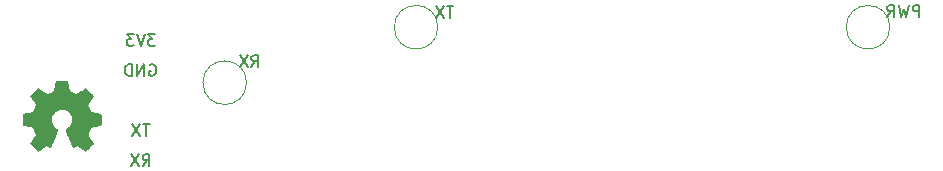
<source format=gbr>
G04 #@! TF.GenerationSoftware,KiCad,Pcbnew,5.1.4-e60b266~84~ubuntu18.04.1*
G04 #@! TF.CreationDate,2019-10-19T15:57:42+02:00*
G04 #@! TF.ProjectId,ebuzzz-adapter,6562757a-7a7a-42d6-9164-61707465722e,rev?*
G04 #@! TF.SameCoordinates,Original*
G04 #@! TF.FileFunction,Legend,Bot*
G04 #@! TF.FilePolarity,Positive*
%FSLAX46Y46*%
G04 Gerber Fmt 4.6, Leading zero omitted, Abs format (unit mm)*
G04 Created by KiCad (PCBNEW 5.1.4-e60b266~84~ubuntu18.04.1) date 2019-10-19 15:57:42*
%MOMM*%
%LPD*%
G04 APERTURE LIST*
%ADD10C,0.150000*%
%ADD11C,0.120000*%
%ADD12C,0.010000*%
G04 APERTURE END LIST*
D10*
X172613333Y-70632380D02*
X172613333Y-69632380D01*
X172232380Y-69632380D01*
X172137142Y-69680000D01*
X172089523Y-69727619D01*
X172041904Y-69822857D01*
X172041904Y-69965714D01*
X172089523Y-70060952D01*
X172137142Y-70108571D01*
X172232380Y-70156190D01*
X172613333Y-70156190D01*
X171708571Y-69632380D02*
X171470476Y-70632380D01*
X171280000Y-69918095D01*
X171089523Y-70632380D01*
X170851428Y-69632380D01*
X169899047Y-70632380D02*
X170232380Y-70156190D01*
X170470476Y-70632380D02*
X170470476Y-69632380D01*
X170089523Y-69632380D01*
X169994285Y-69680000D01*
X169946666Y-69727619D01*
X169899047Y-69822857D01*
X169899047Y-69965714D01*
X169946666Y-70060952D01*
X169994285Y-70108571D01*
X170089523Y-70156190D01*
X170470476Y-70156190D01*
D11*
X170108909Y-71500000D02*
G75*
G03X170108909Y-71500000I-1843909J0D01*
G01*
D10*
X133161904Y-69716380D02*
X132590476Y-69716380D01*
X132876190Y-70716380D02*
X132876190Y-69716380D01*
X132352380Y-69716380D02*
X131685714Y-70716380D01*
X131685714Y-69716380D02*
X132352380Y-70716380D01*
D11*
X131843909Y-71500000D02*
G75*
G03X131843909Y-71500000I-1843909J0D01*
G01*
D10*
X116066666Y-74852380D02*
X116400000Y-74376190D01*
X116638095Y-74852380D02*
X116638095Y-73852380D01*
X116257142Y-73852380D01*
X116161904Y-73900000D01*
X116114285Y-73947619D01*
X116066666Y-74042857D01*
X116066666Y-74185714D01*
X116114285Y-74280952D01*
X116161904Y-74328571D01*
X116257142Y-74376190D01*
X116638095Y-74376190D01*
X115733333Y-73852380D02*
X115066666Y-74852380D01*
X115066666Y-73852380D02*
X115733333Y-74852380D01*
D11*
X115643909Y-76200000D02*
G75*
G03X115643909Y-76200000I-1843909J0D01*
G01*
D10*
X106846666Y-83256380D02*
X107180000Y-82780190D01*
X107418095Y-83256380D02*
X107418095Y-82256380D01*
X107037142Y-82256380D01*
X106941904Y-82304000D01*
X106894285Y-82351619D01*
X106846666Y-82446857D01*
X106846666Y-82589714D01*
X106894285Y-82684952D01*
X106941904Y-82732571D01*
X107037142Y-82780190D01*
X107418095Y-82780190D01*
X106513333Y-82256380D02*
X105846666Y-83256380D01*
X105846666Y-82256380D02*
X106513333Y-83256380D01*
X107441904Y-79716380D02*
X106870476Y-79716380D01*
X107156190Y-80716380D02*
X107156190Y-79716380D01*
X106632380Y-79716380D02*
X105965714Y-80716380D01*
X105965714Y-79716380D02*
X106632380Y-80716380D01*
X107441904Y-74684000D02*
X107537142Y-74636380D01*
X107680000Y-74636380D01*
X107822857Y-74684000D01*
X107918095Y-74779238D01*
X107965714Y-74874476D01*
X108013333Y-75064952D01*
X108013333Y-75207809D01*
X107965714Y-75398285D01*
X107918095Y-75493523D01*
X107822857Y-75588761D01*
X107680000Y-75636380D01*
X107584761Y-75636380D01*
X107441904Y-75588761D01*
X107394285Y-75541142D01*
X107394285Y-75207809D01*
X107584761Y-75207809D01*
X106965714Y-75636380D02*
X106965714Y-74636380D01*
X106394285Y-75636380D01*
X106394285Y-74636380D01*
X105918095Y-75636380D02*
X105918095Y-74636380D01*
X105680000Y-74636380D01*
X105537142Y-74684000D01*
X105441904Y-74779238D01*
X105394285Y-74874476D01*
X105346666Y-75064952D01*
X105346666Y-75207809D01*
X105394285Y-75398285D01*
X105441904Y-75493523D01*
X105537142Y-75588761D01*
X105680000Y-75636380D01*
X105918095Y-75636380D01*
X107918095Y-72096380D02*
X107299047Y-72096380D01*
X107632380Y-72477333D01*
X107489523Y-72477333D01*
X107394285Y-72524952D01*
X107346666Y-72572571D01*
X107299047Y-72667809D01*
X107299047Y-72905904D01*
X107346666Y-73001142D01*
X107394285Y-73048761D01*
X107489523Y-73096380D01*
X107775238Y-73096380D01*
X107870476Y-73048761D01*
X107918095Y-73001142D01*
X107013333Y-72096380D02*
X106680000Y-73096380D01*
X106346666Y-72096380D01*
X106108571Y-72096380D02*
X105489523Y-72096380D01*
X105822857Y-72477333D01*
X105680000Y-72477333D01*
X105584761Y-72524952D01*
X105537142Y-72572571D01*
X105489523Y-72667809D01*
X105489523Y-72905904D01*
X105537142Y-73001142D01*
X105584761Y-73048761D01*
X105680000Y-73096380D01*
X105965714Y-73096380D01*
X106060952Y-73048761D01*
X106108571Y-73001142D01*
D12*
G36*
X99444186Y-76468931D02*
G01*
X99360365Y-76913555D01*
X99051080Y-77041053D01*
X98741794Y-77168551D01*
X98370754Y-76916246D01*
X98266843Y-76845996D01*
X98172913Y-76783272D01*
X98093348Y-76730938D01*
X98032530Y-76691857D01*
X97994843Y-76668893D01*
X97984579Y-76663942D01*
X97966090Y-76676676D01*
X97926580Y-76711882D01*
X97870478Y-76765062D01*
X97802213Y-76831718D01*
X97726214Y-76907354D01*
X97646908Y-76987472D01*
X97568725Y-77067574D01*
X97496093Y-77143164D01*
X97433441Y-77209745D01*
X97385197Y-77262818D01*
X97355790Y-77297887D01*
X97348759Y-77309623D01*
X97358877Y-77331260D01*
X97387241Y-77378662D01*
X97430871Y-77447193D01*
X97486782Y-77532215D01*
X97551994Y-77629093D01*
X97589781Y-77684350D01*
X97658657Y-77785248D01*
X97719860Y-77876299D01*
X97770422Y-77952970D01*
X97807372Y-78010728D01*
X97827742Y-78045043D01*
X97830803Y-78052254D01*
X97823864Y-78072748D01*
X97804949Y-78120513D01*
X97776913Y-78188832D01*
X97742609Y-78270989D01*
X97704891Y-78360270D01*
X97666613Y-78449958D01*
X97630630Y-78533338D01*
X97599794Y-78603694D01*
X97576961Y-78654310D01*
X97564983Y-78678471D01*
X97564276Y-78679422D01*
X97545469Y-78684036D01*
X97495382Y-78694328D01*
X97419207Y-78709287D01*
X97322135Y-78727901D01*
X97209357Y-78749159D01*
X97143558Y-78761418D01*
X97023050Y-78784362D01*
X96914203Y-78806195D01*
X96822524Y-78825722D01*
X96753519Y-78841748D01*
X96712696Y-78853079D01*
X96704489Y-78856674D01*
X96696452Y-78881006D01*
X96689967Y-78935959D01*
X96685030Y-79015108D01*
X96681636Y-79112026D01*
X96679782Y-79220287D01*
X96679462Y-79333465D01*
X96680673Y-79445135D01*
X96683410Y-79548868D01*
X96687669Y-79638241D01*
X96693445Y-79706826D01*
X96700733Y-79748197D01*
X96705105Y-79756810D01*
X96731236Y-79767133D01*
X96786607Y-79781892D01*
X96863893Y-79799352D01*
X96955770Y-79817780D01*
X96987842Y-79823741D01*
X97142476Y-79852066D01*
X97264625Y-79874876D01*
X97358327Y-79893080D01*
X97427616Y-79907583D01*
X97476529Y-79919292D01*
X97509103Y-79929115D01*
X97529372Y-79937956D01*
X97541374Y-79946724D01*
X97543053Y-79948457D01*
X97559816Y-79976371D01*
X97585386Y-80030695D01*
X97617212Y-80104777D01*
X97652740Y-80191965D01*
X97689417Y-80285608D01*
X97724689Y-80379052D01*
X97756004Y-80465647D01*
X97780807Y-80538740D01*
X97796546Y-80591678D01*
X97800668Y-80617811D01*
X97800324Y-80618726D01*
X97786359Y-80640086D01*
X97754678Y-80687084D01*
X97708609Y-80754827D01*
X97651482Y-80838423D01*
X97586627Y-80932982D01*
X97568157Y-80959854D01*
X97502301Y-81057275D01*
X97444350Y-81146163D01*
X97397462Y-81221412D01*
X97364793Y-81277920D01*
X97349500Y-81310581D01*
X97348759Y-81314593D01*
X97361608Y-81335684D01*
X97397112Y-81377464D01*
X97450707Y-81435445D01*
X97517829Y-81505135D01*
X97593913Y-81582045D01*
X97674396Y-81661683D01*
X97754713Y-81739561D01*
X97830301Y-81811186D01*
X97896595Y-81872070D01*
X97949031Y-81917721D01*
X97983045Y-81943650D01*
X97992455Y-81947883D01*
X98014357Y-81937912D01*
X98059200Y-81911020D01*
X98119679Y-81871736D01*
X98166211Y-81840117D01*
X98250525Y-81782098D01*
X98350374Y-81713784D01*
X98450527Y-81645579D01*
X98504373Y-81609075D01*
X98686629Y-81485800D01*
X98839619Y-81568520D01*
X98909318Y-81604759D01*
X98968586Y-81632926D01*
X99008689Y-81648991D01*
X99018897Y-81651226D01*
X99031171Y-81634722D01*
X99055387Y-81588082D01*
X99089737Y-81515609D01*
X99132412Y-81421606D01*
X99181606Y-81310374D01*
X99235510Y-81186215D01*
X99292316Y-81053432D01*
X99350218Y-80916327D01*
X99407407Y-80779202D01*
X99462076Y-80646358D01*
X99512416Y-80522098D01*
X99556620Y-80410725D01*
X99592881Y-80316539D01*
X99619391Y-80243844D01*
X99634342Y-80196941D01*
X99636746Y-80180833D01*
X99617689Y-80160286D01*
X99575964Y-80126933D01*
X99520294Y-80087702D01*
X99515622Y-80084599D01*
X99371736Y-79969423D01*
X99255717Y-79835053D01*
X99168570Y-79685784D01*
X99111301Y-79525913D01*
X99084914Y-79359737D01*
X99090415Y-79191552D01*
X99128810Y-79025655D01*
X99201105Y-78866342D01*
X99222374Y-78831487D01*
X99333004Y-78690737D01*
X99463698Y-78577714D01*
X99609936Y-78493003D01*
X99767192Y-78437194D01*
X99930943Y-78410874D01*
X100096667Y-78414630D01*
X100259838Y-78449050D01*
X100415935Y-78514723D01*
X100560433Y-78612235D01*
X100605131Y-78651813D01*
X100718888Y-78775703D01*
X100801782Y-78906124D01*
X100858644Y-79052315D01*
X100890313Y-79197088D01*
X100898131Y-79359860D01*
X100872062Y-79523440D01*
X100814755Y-79682298D01*
X100728856Y-79830906D01*
X100617014Y-79963735D01*
X100481877Y-80075256D01*
X100464117Y-80087011D01*
X100407850Y-80125508D01*
X100365077Y-80158863D01*
X100344628Y-80180160D01*
X100344331Y-80180833D01*
X100348721Y-80203871D01*
X100366124Y-80256157D01*
X100394732Y-80333390D01*
X100432735Y-80431268D01*
X100478326Y-80545491D01*
X100529697Y-80671758D01*
X100585038Y-80805767D01*
X100642542Y-80943218D01*
X100700399Y-81079808D01*
X100756802Y-81211237D01*
X100809942Y-81333205D01*
X100858010Y-81441409D01*
X100899199Y-81531549D01*
X100931699Y-81599323D01*
X100953703Y-81640430D01*
X100962564Y-81651226D01*
X100989640Y-81642819D01*
X101040303Y-81620272D01*
X101105817Y-81587613D01*
X101141841Y-81568520D01*
X101294832Y-81485800D01*
X101477088Y-81609075D01*
X101570125Y-81672228D01*
X101671985Y-81741727D01*
X101767438Y-81807165D01*
X101815250Y-81840117D01*
X101882495Y-81885273D01*
X101939436Y-81921057D01*
X101978646Y-81942938D01*
X101991381Y-81947563D01*
X102009917Y-81935085D01*
X102050941Y-81900252D01*
X102110475Y-81846678D01*
X102184542Y-81777983D01*
X102269165Y-81697781D01*
X102322685Y-81646286D01*
X102416319Y-81554286D01*
X102497241Y-81471999D01*
X102562177Y-81402945D01*
X102607858Y-81350644D01*
X102631011Y-81318616D01*
X102633232Y-81312116D01*
X102622924Y-81287394D01*
X102594439Y-81237405D01*
X102550937Y-81167212D01*
X102495577Y-81081875D01*
X102431520Y-80986456D01*
X102413303Y-80959854D01*
X102346927Y-80863167D01*
X102287378Y-80776117D01*
X102237984Y-80703595D01*
X102202075Y-80650493D01*
X102182981Y-80621703D01*
X102181136Y-80618726D01*
X102183895Y-80595782D01*
X102198538Y-80545336D01*
X102222513Y-80474041D01*
X102253266Y-80388547D01*
X102288244Y-80295507D01*
X102324893Y-80201574D01*
X102360661Y-80113399D01*
X102392994Y-80037634D01*
X102419338Y-79980931D01*
X102437142Y-79949943D01*
X102438407Y-79948457D01*
X102449294Y-79939601D01*
X102467682Y-79930843D01*
X102497606Y-79921277D01*
X102543103Y-79909996D01*
X102608209Y-79896093D01*
X102696961Y-79878663D01*
X102813393Y-79856798D01*
X102961542Y-79829591D01*
X102993618Y-79823741D01*
X103088686Y-79805374D01*
X103171565Y-79787405D01*
X103234930Y-79771569D01*
X103271458Y-79759600D01*
X103276356Y-79756810D01*
X103284427Y-79732072D01*
X103290987Y-79676790D01*
X103296033Y-79597389D01*
X103299559Y-79500296D01*
X103301561Y-79391938D01*
X103302036Y-79278740D01*
X103300977Y-79167128D01*
X103298382Y-79063529D01*
X103294246Y-78974368D01*
X103288563Y-78906072D01*
X103281331Y-78865066D01*
X103276971Y-78856674D01*
X103252698Y-78848208D01*
X103197426Y-78834435D01*
X103116662Y-78816550D01*
X103015912Y-78795748D01*
X102900683Y-78773223D01*
X102837902Y-78761418D01*
X102718787Y-78739151D01*
X102612565Y-78718979D01*
X102524427Y-78701915D01*
X102459566Y-78688969D01*
X102423174Y-78681155D01*
X102417184Y-78679422D01*
X102407061Y-78659890D01*
X102385662Y-78612843D01*
X102355839Y-78545003D01*
X102320445Y-78463091D01*
X102282332Y-78373828D01*
X102244353Y-78283935D01*
X102209360Y-78200135D01*
X102180206Y-78129147D01*
X102159743Y-78077694D01*
X102150823Y-78052497D01*
X102150657Y-78051396D01*
X102160769Y-78031519D01*
X102189117Y-77985777D01*
X102232723Y-77918717D01*
X102288606Y-77834884D01*
X102353787Y-77738826D01*
X102391679Y-77683650D01*
X102460725Y-77582481D01*
X102522050Y-77490630D01*
X102572663Y-77412744D01*
X102609571Y-77353469D01*
X102629782Y-77317451D01*
X102632701Y-77309377D01*
X102620153Y-77290584D01*
X102585463Y-77250457D01*
X102533063Y-77193493D01*
X102467384Y-77124185D01*
X102392856Y-77047031D01*
X102313913Y-76966525D01*
X102234983Y-76887163D01*
X102160500Y-76813440D01*
X102094894Y-76749852D01*
X102042596Y-76700894D01*
X102008039Y-76671061D01*
X101996478Y-76663942D01*
X101977654Y-76673953D01*
X101932631Y-76702078D01*
X101865787Y-76745454D01*
X101781499Y-76801218D01*
X101684144Y-76866506D01*
X101610707Y-76916246D01*
X101239667Y-77168551D01*
X100621095Y-76913555D01*
X100537275Y-76468931D01*
X100453454Y-76024307D01*
X99528006Y-76024307D01*
X99444186Y-76468931D01*
X99444186Y-76468931D01*
G37*
X99444186Y-76468931D02*
X99360365Y-76913555D01*
X99051080Y-77041053D01*
X98741794Y-77168551D01*
X98370754Y-76916246D01*
X98266843Y-76845996D01*
X98172913Y-76783272D01*
X98093348Y-76730938D01*
X98032530Y-76691857D01*
X97994843Y-76668893D01*
X97984579Y-76663942D01*
X97966090Y-76676676D01*
X97926580Y-76711882D01*
X97870478Y-76765062D01*
X97802213Y-76831718D01*
X97726214Y-76907354D01*
X97646908Y-76987472D01*
X97568725Y-77067574D01*
X97496093Y-77143164D01*
X97433441Y-77209745D01*
X97385197Y-77262818D01*
X97355790Y-77297887D01*
X97348759Y-77309623D01*
X97358877Y-77331260D01*
X97387241Y-77378662D01*
X97430871Y-77447193D01*
X97486782Y-77532215D01*
X97551994Y-77629093D01*
X97589781Y-77684350D01*
X97658657Y-77785248D01*
X97719860Y-77876299D01*
X97770422Y-77952970D01*
X97807372Y-78010728D01*
X97827742Y-78045043D01*
X97830803Y-78052254D01*
X97823864Y-78072748D01*
X97804949Y-78120513D01*
X97776913Y-78188832D01*
X97742609Y-78270989D01*
X97704891Y-78360270D01*
X97666613Y-78449958D01*
X97630630Y-78533338D01*
X97599794Y-78603694D01*
X97576961Y-78654310D01*
X97564983Y-78678471D01*
X97564276Y-78679422D01*
X97545469Y-78684036D01*
X97495382Y-78694328D01*
X97419207Y-78709287D01*
X97322135Y-78727901D01*
X97209357Y-78749159D01*
X97143558Y-78761418D01*
X97023050Y-78784362D01*
X96914203Y-78806195D01*
X96822524Y-78825722D01*
X96753519Y-78841748D01*
X96712696Y-78853079D01*
X96704489Y-78856674D01*
X96696452Y-78881006D01*
X96689967Y-78935959D01*
X96685030Y-79015108D01*
X96681636Y-79112026D01*
X96679782Y-79220287D01*
X96679462Y-79333465D01*
X96680673Y-79445135D01*
X96683410Y-79548868D01*
X96687669Y-79638241D01*
X96693445Y-79706826D01*
X96700733Y-79748197D01*
X96705105Y-79756810D01*
X96731236Y-79767133D01*
X96786607Y-79781892D01*
X96863893Y-79799352D01*
X96955770Y-79817780D01*
X96987842Y-79823741D01*
X97142476Y-79852066D01*
X97264625Y-79874876D01*
X97358327Y-79893080D01*
X97427616Y-79907583D01*
X97476529Y-79919292D01*
X97509103Y-79929115D01*
X97529372Y-79937956D01*
X97541374Y-79946724D01*
X97543053Y-79948457D01*
X97559816Y-79976371D01*
X97585386Y-80030695D01*
X97617212Y-80104777D01*
X97652740Y-80191965D01*
X97689417Y-80285608D01*
X97724689Y-80379052D01*
X97756004Y-80465647D01*
X97780807Y-80538740D01*
X97796546Y-80591678D01*
X97800668Y-80617811D01*
X97800324Y-80618726D01*
X97786359Y-80640086D01*
X97754678Y-80687084D01*
X97708609Y-80754827D01*
X97651482Y-80838423D01*
X97586627Y-80932982D01*
X97568157Y-80959854D01*
X97502301Y-81057275D01*
X97444350Y-81146163D01*
X97397462Y-81221412D01*
X97364793Y-81277920D01*
X97349500Y-81310581D01*
X97348759Y-81314593D01*
X97361608Y-81335684D01*
X97397112Y-81377464D01*
X97450707Y-81435445D01*
X97517829Y-81505135D01*
X97593913Y-81582045D01*
X97674396Y-81661683D01*
X97754713Y-81739561D01*
X97830301Y-81811186D01*
X97896595Y-81872070D01*
X97949031Y-81917721D01*
X97983045Y-81943650D01*
X97992455Y-81947883D01*
X98014357Y-81937912D01*
X98059200Y-81911020D01*
X98119679Y-81871736D01*
X98166211Y-81840117D01*
X98250525Y-81782098D01*
X98350374Y-81713784D01*
X98450527Y-81645579D01*
X98504373Y-81609075D01*
X98686629Y-81485800D01*
X98839619Y-81568520D01*
X98909318Y-81604759D01*
X98968586Y-81632926D01*
X99008689Y-81648991D01*
X99018897Y-81651226D01*
X99031171Y-81634722D01*
X99055387Y-81588082D01*
X99089737Y-81515609D01*
X99132412Y-81421606D01*
X99181606Y-81310374D01*
X99235510Y-81186215D01*
X99292316Y-81053432D01*
X99350218Y-80916327D01*
X99407407Y-80779202D01*
X99462076Y-80646358D01*
X99512416Y-80522098D01*
X99556620Y-80410725D01*
X99592881Y-80316539D01*
X99619391Y-80243844D01*
X99634342Y-80196941D01*
X99636746Y-80180833D01*
X99617689Y-80160286D01*
X99575964Y-80126933D01*
X99520294Y-80087702D01*
X99515622Y-80084599D01*
X99371736Y-79969423D01*
X99255717Y-79835053D01*
X99168570Y-79685784D01*
X99111301Y-79525913D01*
X99084914Y-79359737D01*
X99090415Y-79191552D01*
X99128810Y-79025655D01*
X99201105Y-78866342D01*
X99222374Y-78831487D01*
X99333004Y-78690737D01*
X99463698Y-78577714D01*
X99609936Y-78493003D01*
X99767192Y-78437194D01*
X99930943Y-78410874D01*
X100096667Y-78414630D01*
X100259838Y-78449050D01*
X100415935Y-78514723D01*
X100560433Y-78612235D01*
X100605131Y-78651813D01*
X100718888Y-78775703D01*
X100801782Y-78906124D01*
X100858644Y-79052315D01*
X100890313Y-79197088D01*
X100898131Y-79359860D01*
X100872062Y-79523440D01*
X100814755Y-79682298D01*
X100728856Y-79830906D01*
X100617014Y-79963735D01*
X100481877Y-80075256D01*
X100464117Y-80087011D01*
X100407850Y-80125508D01*
X100365077Y-80158863D01*
X100344628Y-80180160D01*
X100344331Y-80180833D01*
X100348721Y-80203871D01*
X100366124Y-80256157D01*
X100394732Y-80333390D01*
X100432735Y-80431268D01*
X100478326Y-80545491D01*
X100529697Y-80671758D01*
X100585038Y-80805767D01*
X100642542Y-80943218D01*
X100700399Y-81079808D01*
X100756802Y-81211237D01*
X100809942Y-81333205D01*
X100858010Y-81441409D01*
X100899199Y-81531549D01*
X100931699Y-81599323D01*
X100953703Y-81640430D01*
X100962564Y-81651226D01*
X100989640Y-81642819D01*
X101040303Y-81620272D01*
X101105817Y-81587613D01*
X101141841Y-81568520D01*
X101294832Y-81485800D01*
X101477088Y-81609075D01*
X101570125Y-81672228D01*
X101671985Y-81741727D01*
X101767438Y-81807165D01*
X101815250Y-81840117D01*
X101882495Y-81885273D01*
X101939436Y-81921057D01*
X101978646Y-81942938D01*
X101991381Y-81947563D01*
X102009917Y-81935085D01*
X102050941Y-81900252D01*
X102110475Y-81846678D01*
X102184542Y-81777983D01*
X102269165Y-81697781D01*
X102322685Y-81646286D01*
X102416319Y-81554286D01*
X102497241Y-81471999D01*
X102562177Y-81402945D01*
X102607858Y-81350644D01*
X102631011Y-81318616D01*
X102633232Y-81312116D01*
X102622924Y-81287394D01*
X102594439Y-81237405D01*
X102550937Y-81167212D01*
X102495577Y-81081875D01*
X102431520Y-80986456D01*
X102413303Y-80959854D01*
X102346927Y-80863167D01*
X102287378Y-80776117D01*
X102237984Y-80703595D01*
X102202075Y-80650493D01*
X102182981Y-80621703D01*
X102181136Y-80618726D01*
X102183895Y-80595782D01*
X102198538Y-80545336D01*
X102222513Y-80474041D01*
X102253266Y-80388547D01*
X102288244Y-80295507D01*
X102324893Y-80201574D01*
X102360661Y-80113399D01*
X102392994Y-80037634D01*
X102419338Y-79980931D01*
X102437142Y-79949943D01*
X102438407Y-79948457D01*
X102449294Y-79939601D01*
X102467682Y-79930843D01*
X102497606Y-79921277D01*
X102543103Y-79909996D01*
X102608209Y-79896093D01*
X102696961Y-79878663D01*
X102813393Y-79856798D01*
X102961542Y-79829591D01*
X102993618Y-79823741D01*
X103088686Y-79805374D01*
X103171565Y-79787405D01*
X103234930Y-79771569D01*
X103271458Y-79759600D01*
X103276356Y-79756810D01*
X103284427Y-79732072D01*
X103290987Y-79676790D01*
X103296033Y-79597389D01*
X103299559Y-79500296D01*
X103301561Y-79391938D01*
X103302036Y-79278740D01*
X103300977Y-79167128D01*
X103298382Y-79063529D01*
X103294246Y-78974368D01*
X103288563Y-78906072D01*
X103281331Y-78865066D01*
X103276971Y-78856674D01*
X103252698Y-78848208D01*
X103197426Y-78834435D01*
X103116662Y-78816550D01*
X103015912Y-78795748D01*
X102900683Y-78773223D01*
X102837902Y-78761418D01*
X102718787Y-78739151D01*
X102612565Y-78718979D01*
X102524427Y-78701915D01*
X102459566Y-78688969D01*
X102423174Y-78681155D01*
X102417184Y-78679422D01*
X102407061Y-78659890D01*
X102385662Y-78612843D01*
X102355839Y-78545003D01*
X102320445Y-78463091D01*
X102282332Y-78373828D01*
X102244353Y-78283935D01*
X102209360Y-78200135D01*
X102180206Y-78129147D01*
X102159743Y-78077694D01*
X102150823Y-78052497D01*
X102150657Y-78051396D01*
X102160769Y-78031519D01*
X102189117Y-77985777D01*
X102232723Y-77918717D01*
X102288606Y-77834884D01*
X102353787Y-77738826D01*
X102391679Y-77683650D01*
X102460725Y-77582481D01*
X102522050Y-77490630D01*
X102572663Y-77412744D01*
X102609571Y-77353469D01*
X102629782Y-77317451D01*
X102632701Y-77309377D01*
X102620153Y-77290584D01*
X102585463Y-77250457D01*
X102533063Y-77193493D01*
X102467384Y-77124185D01*
X102392856Y-77047031D01*
X102313913Y-76966525D01*
X102234983Y-76887163D01*
X102160500Y-76813440D01*
X102094894Y-76749852D01*
X102042596Y-76700894D01*
X102008039Y-76671061D01*
X101996478Y-76663942D01*
X101977654Y-76673953D01*
X101932631Y-76702078D01*
X101865787Y-76745454D01*
X101781499Y-76801218D01*
X101684144Y-76866506D01*
X101610707Y-76916246D01*
X101239667Y-77168551D01*
X100621095Y-76913555D01*
X100537275Y-76468931D01*
X100453454Y-76024307D01*
X99528006Y-76024307D01*
X99444186Y-76468931D01*
M02*

</source>
